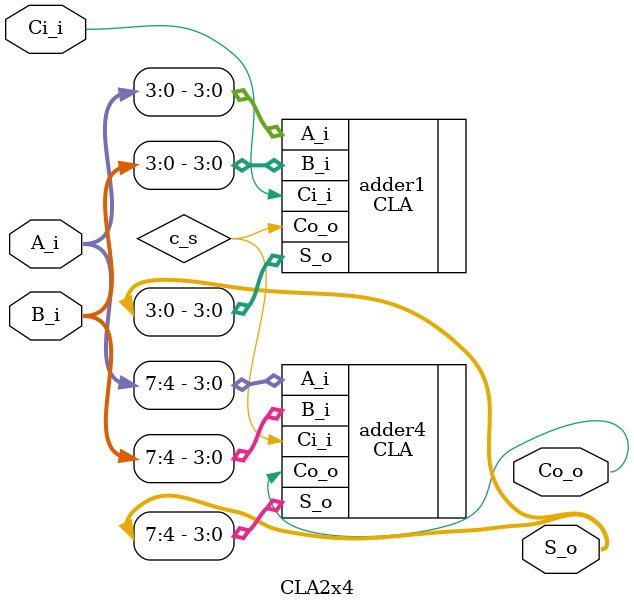
<source format=v>
module CLA2x4 (
    input  wire [7:0] A_i,
    input  wire [7:0] B_i,
    input  wire Ci_i,
    output wire Co_o,
    output wire [7:0] S_o
);

wire c_s;


CLA #(
   .WIDTH(4)
) adder1 (
    .A_i ( A_i[3:0] ),
    .B_i ( B_i[3:0] ),
    .Ci_i( Ci_i     ),
    .Co_o( c_s      ),
    .S_o ( S_o[3:0] )
);

CLA #(
   .WIDTH(4)
) adder4 (
    .A_i ( A_i[7:4] ),
    .B_i ( B_i[7:4] ),
    .Ci_i( c_s      ),
    .Co_o( Co_o     ),
    .S_o ( S_o[7:4] )
);


endmodule

</source>
